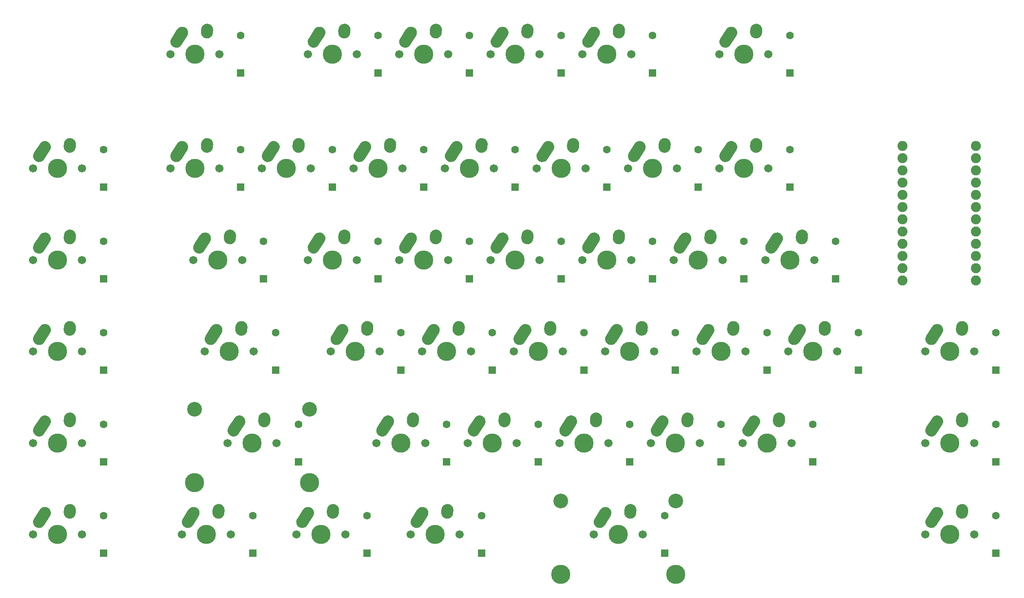
<source format=gbs>
%TF.GenerationSoftware,KiCad,Pcbnew,(5.1.10)-1*%
%TF.CreationDate,2021-10-11T09:25:22+09:00*%
%TF.ProjectId,G_One_PCB,475f4f6e-655f-4504-9342-2e6b69636164,rev?*%
%TF.SameCoordinates,Original*%
%TF.FileFunction,Soldermask,Bot*%
%TF.FilePolarity,Negative*%
%FSLAX46Y46*%
G04 Gerber Fmt 4.6, Leading zero omitted, Abs format (unit mm)*
G04 Created by KiCad (PCBNEW (5.1.10)-1) date 2021-10-11 09:25:22*
%MOMM*%
%LPD*%
G01*
G04 APERTURE LIST*
%ADD10C,1.701800*%
%ADD11C,3.987800*%
%ADD12C,2.082800*%
%ADD13R,1.600000X1.600000*%
%ADD14C,1.600000*%
%ADD15C,3.048000*%
G04 APERTURE END LIST*
%TO.C,K28(IoT0)1*%
G36*
G01*
X203503171Y59585691D02*
X203542619Y60164347D01*
G75*
G02*
X204874743Y61326433I1247105J-85019D01*
G01*
X204874743Y61326433D01*
G75*
G02*
X206036829Y59994309I-85019J-1247105D01*
G01*
X205997381Y59415653D01*
G75*
G02*
X204665257Y58253567I-1247105J85019D01*
G01*
X204665257Y58253567D01*
G75*
G02*
X203503171Y59585691I85019J1247105D01*
G01*
G37*
G36*
G01*
X197336299Y58242810D02*
X198545223Y60140440D01*
G75*
G02*
X200271087Y60523054I1054239J-671625D01*
G01*
X200271087Y60523054D01*
G75*
G02*
X200653701Y58797190I-671625J-1054239D01*
G01*
X199444777Y56899560D01*
G75*
G02*
X197718913Y56516946I-1054239J671625D01*
G01*
X197718913Y56516946D01*
G75*
G02*
X197336299Y58242810I671625J1054239D01*
G01*
G37*
D10*
X207330000Y55000000D03*
X197170000Y55000000D03*
D11*
X202250000Y55000000D03*
%TD*%
D12*
%TO.C,B0*%
X192380000Y97700000D03*
X192380000Y95160000D03*
X192380000Y92620000D03*
X192380000Y90080000D03*
X192380000Y87540000D03*
X192380000Y85000000D03*
X192380000Y82460000D03*
X192380000Y79920000D03*
X192380000Y77380000D03*
X192380000Y74840000D03*
X192380000Y72300000D03*
X192380000Y69760000D03*
X207620000Y69760000D03*
X207620000Y72300000D03*
X207620000Y74840000D03*
X207620000Y77380000D03*
X207620000Y79920000D03*
X207620000Y82460000D03*
X207620000Y85000000D03*
X207620000Y87540000D03*
X207620000Y90080000D03*
X207620000Y92620000D03*
X207620000Y95160000D03*
X207620000Y97700000D03*
%TD*%
D13*
%TO.C,D1*%
X55000000Y112850000D03*
D14*
X55000000Y120650000D03*
%TD*%
%TO.C,D2*%
X83500000Y120650000D03*
D13*
X83500000Y112850000D03*
%TD*%
%TO.C,D3*%
X102500000Y112850000D03*
D14*
X102500000Y120650000D03*
%TD*%
%TO.C,D4*%
X121500000Y120650000D03*
D13*
X121500000Y112850000D03*
%TD*%
%TO.C,D5*%
X140500000Y112850000D03*
D14*
X140500000Y120650000D03*
%TD*%
D13*
%TO.C,D7*%
X169000000Y112850000D03*
D14*
X169000000Y120650000D03*
%TD*%
%TO.C,D10*%
X26500000Y96900000D03*
D13*
X26500000Y89100000D03*
%TD*%
%TO.C,D11*%
X55000000Y89100000D03*
D14*
X55000000Y96900000D03*
%TD*%
%TO.C,D12*%
X74000000Y96900000D03*
D13*
X74000000Y89100000D03*
%TD*%
D14*
%TO.C,D13*%
X93000000Y96900000D03*
D13*
X93000000Y89100000D03*
%TD*%
%TO.C,D14*%
X112000000Y89100000D03*
D14*
X112000000Y96900000D03*
%TD*%
%TO.C,D15*%
X131000000Y96900000D03*
D13*
X131000000Y89100000D03*
%TD*%
%TO.C,D16*%
X150000000Y89100000D03*
D14*
X150000000Y96900000D03*
%TD*%
%TO.C,D17*%
X169000000Y96900000D03*
D13*
X169000000Y89100000D03*
%TD*%
%TO.C,D20*%
X26500000Y70100000D03*
D14*
X26500000Y77900000D03*
%TD*%
%TO.C,D21*%
X59750000Y77900000D03*
D13*
X59750000Y70100000D03*
%TD*%
%TO.C,D22*%
X83500000Y70100000D03*
D14*
X83500000Y77900000D03*
%TD*%
%TO.C,D23*%
X102500000Y77900000D03*
D13*
X102500000Y70100000D03*
%TD*%
%TO.C,D24*%
X121500000Y70100000D03*
D14*
X121500000Y77900000D03*
%TD*%
%TO.C,D25*%
X140500000Y77900000D03*
D13*
X140500000Y70100000D03*
%TD*%
%TO.C,D26*%
X159500000Y70100000D03*
D14*
X159500000Y77900000D03*
%TD*%
%TO.C,D27*%
X178500000Y77900000D03*
D13*
X178500000Y70100000D03*
%TD*%
%TO.C,D28*%
X211750000Y51100000D03*
D14*
X211750000Y58900000D03*
%TD*%
D13*
%TO.C,D30*%
X26500000Y51100000D03*
D14*
X26500000Y58900000D03*
%TD*%
D13*
%TO.C,D31*%
X62250000Y51100000D03*
D14*
X62250000Y58900000D03*
%TD*%
%TO.C,D32*%
X88250000Y58900000D03*
D13*
X88250000Y51100000D03*
%TD*%
%TO.C,D33*%
X107250000Y51100000D03*
D14*
X107250000Y58900000D03*
%TD*%
%TO.C,D34*%
X126250000Y58900000D03*
D13*
X126250000Y51100000D03*
%TD*%
%TO.C,D35*%
X145250000Y51100000D03*
D14*
X145250000Y58900000D03*
%TD*%
D13*
%TO.C,D36*%
X164250000Y51100000D03*
D14*
X164250000Y58900000D03*
%TD*%
%TO.C,D37*%
X183250000Y58900000D03*
D13*
X183250000Y51100000D03*
%TD*%
%TO.C,D38*%
X211750000Y32100000D03*
D14*
X211750000Y39900000D03*
%TD*%
%TO.C,D40*%
X26500000Y39900000D03*
D13*
X26500000Y32100000D03*
%TD*%
D14*
%TO.C,D41*%
X67000000Y39900000D03*
D13*
X67000000Y32100000D03*
%TD*%
%TO.C,D42*%
X97750000Y32100000D03*
D14*
X97750000Y39900000D03*
%TD*%
%TO.C,D43*%
X116750000Y39900000D03*
D13*
X116750000Y32100000D03*
%TD*%
%TO.C,D44*%
X135750000Y32100000D03*
D14*
X135750000Y39900000D03*
%TD*%
%TO.C,D45*%
X154750000Y39900000D03*
D13*
X154750000Y32100000D03*
%TD*%
D14*
%TO.C,D46*%
X173750000Y39900000D03*
D13*
X173750000Y32100000D03*
%TD*%
D14*
%TO.C,D48*%
X211750000Y20900000D03*
D13*
X211750000Y13100000D03*
%TD*%
%TO.C,D50*%
X26500000Y13100000D03*
D14*
X26500000Y20900000D03*
%TD*%
D13*
%TO.C,D51*%
X57500000Y13100000D03*
D14*
X57500000Y20900000D03*
%TD*%
%TO.C,D52*%
X81250000Y20900000D03*
D13*
X81250000Y13100000D03*
%TD*%
D14*
%TO.C,D53*%
X105000000Y20900000D03*
D13*
X105000000Y13100000D03*
%TD*%
%TO.C,D54*%
X143000000Y13100000D03*
D14*
X143000000Y20900000D03*
%TD*%
%TO.C,K01(ESC)1*%
G36*
G01*
X46753171Y121335691D02*
X46792619Y121914347D01*
G75*
G02*
X48124743Y123076433I1247105J-85019D01*
G01*
X48124743Y123076433D01*
G75*
G02*
X49286829Y121744309I-85019J-1247105D01*
G01*
X49247381Y121165653D01*
G75*
G02*
X47915257Y120003567I-1247105J85019D01*
G01*
X47915257Y120003567D01*
G75*
G02*
X46753171Y121335691I85019J1247105D01*
G01*
G37*
G36*
G01*
X40586299Y119992810D02*
X41795223Y121890440D01*
G75*
G02*
X43521087Y122273054I1054239J-671625D01*
G01*
X43521087Y122273054D01*
G75*
G02*
X43903701Y120547190I-671625J-1054239D01*
G01*
X42694777Y118649560D01*
G75*
G02*
X40968913Y118266946I-1054239J671625D01*
G01*
X40968913Y118266946D01*
G75*
G02*
X40586299Y119992810I671625J1054239D01*
G01*
G37*
D10*
X50580000Y116750000D03*
X40420000Y116750000D03*
D11*
X45500000Y116750000D03*
%TD*%
%TO.C,K02(F1)1*%
G36*
G01*
X75253171Y121335691D02*
X75292619Y121914347D01*
G75*
G02*
X76624743Y123076433I1247105J-85019D01*
G01*
X76624743Y123076433D01*
G75*
G02*
X77786829Y121744309I-85019J-1247105D01*
G01*
X77747381Y121165653D01*
G75*
G02*
X76415257Y120003567I-1247105J85019D01*
G01*
X76415257Y120003567D01*
G75*
G02*
X75253171Y121335691I85019J1247105D01*
G01*
G37*
G36*
G01*
X69086299Y119992810D02*
X70295223Y121890440D01*
G75*
G02*
X72021087Y122273054I1054239J-671625D01*
G01*
X72021087Y122273054D01*
G75*
G02*
X72403701Y120547190I-671625J-1054239D01*
G01*
X71194777Y118649560D01*
G75*
G02*
X69468913Y118266946I-1054239J671625D01*
G01*
X69468913Y118266946D01*
G75*
G02*
X69086299Y119992810I671625J1054239D01*
G01*
G37*
D10*
X79080000Y116750000D03*
X68920000Y116750000D03*
D11*
X74000000Y116750000D03*
%TD*%
%TO.C,K03(F2)1*%
X93000000Y116750000D03*
D10*
X87920000Y116750000D03*
X98080000Y116750000D03*
G36*
G01*
X88086299Y119992810D02*
X89295223Y121890440D01*
G75*
G02*
X91021087Y122273054I1054239J-671625D01*
G01*
X91021087Y122273054D01*
G75*
G02*
X91403701Y120547190I-671625J-1054239D01*
G01*
X90194777Y118649560D01*
G75*
G02*
X88468913Y118266946I-1054239J671625D01*
G01*
X88468913Y118266946D01*
G75*
G02*
X88086299Y119992810I671625J1054239D01*
G01*
G37*
G36*
G01*
X94253171Y121335691D02*
X94292619Y121914347D01*
G75*
G02*
X95624743Y123076433I1247105J-85019D01*
G01*
X95624743Y123076433D01*
G75*
G02*
X96786829Y121744309I-85019J-1247105D01*
G01*
X96747381Y121165653D01*
G75*
G02*
X95415257Y120003567I-1247105J85019D01*
G01*
X95415257Y120003567D01*
G75*
G02*
X94253171Y121335691I85019J1247105D01*
G01*
G37*
%TD*%
D11*
%TO.C,K04(F3)1*%
X112000000Y116750000D03*
D10*
X106920000Y116750000D03*
X117080000Y116750000D03*
G36*
G01*
X107086299Y119992810D02*
X108295223Y121890440D01*
G75*
G02*
X110021087Y122273054I1054239J-671625D01*
G01*
X110021087Y122273054D01*
G75*
G02*
X110403701Y120547190I-671625J-1054239D01*
G01*
X109194777Y118649560D01*
G75*
G02*
X107468913Y118266946I-1054239J671625D01*
G01*
X107468913Y118266946D01*
G75*
G02*
X107086299Y119992810I671625J1054239D01*
G01*
G37*
G36*
G01*
X113253171Y121335691D02*
X113292619Y121914347D01*
G75*
G02*
X114624743Y123076433I1247105J-85019D01*
G01*
X114624743Y123076433D01*
G75*
G02*
X115786829Y121744309I-85019J-1247105D01*
G01*
X115747381Y121165653D01*
G75*
G02*
X114415257Y120003567I-1247105J85019D01*
G01*
X114415257Y120003567D01*
G75*
G02*
X113253171Y121335691I85019J1247105D01*
G01*
G37*
%TD*%
%TO.C,K05(F4)1*%
G36*
G01*
X132253171Y121335691D02*
X132292619Y121914347D01*
G75*
G02*
X133624743Y123076433I1247105J-85019D01*
G01*
X133624743Y123076433D01*
G75*
G02*
X134786829Y121744309I-85019J-1247105D01*
G01*
X134747381Y121165653D01*
G75*
G02*
X133415257Y120003567I-1247105J85019D01*
G01*
X133415257Y120003567D01*
G75*
G02*
X132253171Y121335691I85019J1247105D01*
G01*
G37*
G36*
G01*
X126086299Y119992810D02*
X127295223Y121890440D01*
G75*
G02*
X129021087Y122273054I1054239J-671625D01*
G01*
X129021087Y122273054D01*
G75*
G02*
X129403701Y120547190I-671625J-1054239D01*
G01*
X128194777Y118649560D01*
G75*
G02*
X126468913Y118266946I-1054239J671625D01*
G01*
X126468913Y118266946D01*
G75*
G02*
X126086299Y119992810I671625J1054239D01*
G01*
G37*
X136080000Y116750000D03*
X125920000Y116750000D03*
D11*
X131000000Y116750000D03*
%TD*%
%TO.C,K07(F5)1*%
X159500000Y116750000D03*
D10*
X154420000Y116750000D03*
X164580000Y116750000D03*
G36*
G01*
X154586299Y119992810D02*
X155795223Y121890440D01*
G75*
G02*
X157521087Y122273054I1054239J-671625D01*
G01*
X157521087Y122273054D01*
G75*
G02*
X157903701Y120547190I-671625J-1054239D01*
G01*
X156694777Y118649560D01*
G75*
G02*
X154968913Y118266946I-1054239J671625D01*
G01*
X154968913Y118266946D01*
G75*
G02*
X154586299Y119992810I671625J1054239D01*
G01*
G37*
G36*
G01*
X160753171Y121335691D02*
X160792619Y121914347D01*
G75*
G02*
X162124743Y123076433I1247105J-85019D01*
G01*
X162124743Y123076433D01*
G75*
G02*
X163286829Y121744309I-85019J-1247105D01*
G01*
X163247381Y121165653D01*
G75*
G02*
X161915257Y120003567I-1247105J85019D01*
G01*
X161915257Y120003567D01*
G75*
G02*
X160753171Y121335691I85019J1247105D01*
G01*
G37*
%TD*%
D11*
%TO.C,K10(M0)1*%
X17000000Y93000000D03*
D10*
X11920000Y93000000D03*
X22080000Y93000000D03*
G36*
G01*
X12086299Y96242810D02*
X13295223Y98140440D01*
G75*
G02*
X15021087Y98523054I1054239J-671625D01*
G01*
X15021087Y98523054D01*
G75*
G02*
X15403701Y96797190I-671625J-1054239D01*
G01*
X14194777Y94899560D01*
G75*
G02*
X12468913Y94516946I-1054239J671625D01*
G01*
X12468913Y94516946D01*
G75*
G02*
X12086299Y96242810I671625J1054239D01*
G01*
G37*
G36*
G01*
X18253171Y97585691D02*
X18292619Y98164347D01*
G75*
G02*
X19624743Y99326433I1247105J-85019D01*
G01*
X19624743Y99326433D01*
G75*
G02*
X20786829Y97994309I-85019J-1247105D01*
G01*
X20747381Y97415653D01*
G75*
G02*
X19415257Y96253567I-1247105J85019D01*
G01*
X19415257Y96253567D01*
G75*
G02*
X18253171Y97585691I85019J1247105D01*
G01*
G37*
%TD*%
D11*
%TO.C,K11(_`_)1*%
X45500000Y93000000D03*
D10*
X40420000Y93000000D03*
X50580000Y93000000D03*
G36*
G01*
X40586299Y96242810D02*
X41795223Y98140440D01*
G75*
G02*
X43521087Y98523054I1054239J-671625D01*
G01*
X43521087Y98523054D01*
G75*
G02*
X43903701Y96797190I-671625J-1054239D01*
G01*
X42694777Y94899560D01*
G75*
G02*
X40968913Y94516946I-1054239J671625D01*
G01*
X40968913Y94516946D01*
G75*
G02*
X40586299Y96242810I671625J1054239D01*
G01*
G37*
G36*
G01*
X46753171Y97585691D02*
X46792619Y98164347D01*
G75*
G02*
X48124743Y99326433I1247105J-85019D01*
G01*
X48124743Y99326433D01*
G75*
G02*
X49286829Y97994309I-85019J-1247105D01*
G01*
X49247381Y97415653D01*
G75*
G02*
X47915257Y96253567I-1247105J85019D01*
G01*
X47915257Y96253567D01*
G75*
G02*
X46753171Y97585691I85019J1247105D01*
G01*
G37*
%TD*%
%TO.C,K12(1!)1*%
G36*
G01*
X65753171Y97585691D02*
X65792619Y98164347D01*
G75*
G02*
X67124743Y99326433I1247105J-85019D01*
G01*
X67124743Y99326433D01*
G75*
G02*
X68286829Y97994309I-85019J-1247105D01*
G01*
X68247381Y97415653D01*
G75*
G02*
X66915257Y96253567I-1247105J85019D01*
G01*
X66915257Y96253567D01*
G75*
G02*
X65753171Y97585691I85019J1247105D01*
G01*
G37*
G36*
G01*
X59586299Y96242810D02*
X60795223Y98140440D01*
G75*
G02*
X62521087Y98523054I1054239J-671625D01*
G01*
X62521087Y98523054D01*
G75*
G02*
X62903701Y96797190I-671625J-1054239D01*
G01*
X61694777Y94899560D01*
G75*
G02*
X59968913Y94516946I-1054239J671625D01*
G01*
X59968913Y94516946D01*
G75*
G02*
X59586299Y96242810I671625J1054239D01*
G01*
G37*
X69580000Y93000000D03*
X59420000Y93000000D03*
D11*
X64500000Y93000000D03*
%TD*%
%TO.C,K13(2@)1*%
G36*
G01*
X84753171Y97585691D02*
X84792619Y98164347D01*
G75*
G02*
X86124743Y99326433I1247105J-85019D01*
G01*
X86124743Y99326433D01*
G75*
G02*
X87286829Y97994309I-85019J-1247105D01*
G01*
X87247381Y97415653D01*
G75*
G02*
X85915257Y96253567I-1247105J85019D01*
G01*
X85915257Y96253567D01*
G75*
G02*
X84753171Y97585691I85019J1247105D01*
G01*
G37*
G36*
G01*
X78586299Y96242810D02*
X79795223Y98140440D01*
G75*
G02*
X81521087Y98523054I1054239J-671625D01*
G01*
X81521087Y98523054D01*
G75*
G02*
X81903701Y96797190I-671625J-1054239D01*
G01*
X80694777Y94899560D01*
G75*
G02*
X78968913Y94516946I-1054239J671625D01*
G01*
X78968913Y94516946D01*
G75*
G02*
X78586299Y96242810I671625J1054239D01*
G01*
G37*
D10*
X88580000Y93000000D03*
X78420000Y93000000D03*
D11*
X83500000Y93000000D03*
%TD*%
%TO.C,K14(3#)1*%
G36*
G01*
X103753171Y97585691D02*
X103792619Y98164347D01*
G75*
G02*
X105124743Y99326433I1247105J-85019D01*
G01*
X105124743Y99326433D01*
G75*
G02*
X106286829Y97994309I-85019J-1247105D01*
G01*
X106247381Y97415653D01*
G75*
G02*
X104915257Y96253567I-1247105J85019D01*
G01*
X104915257Y96253567D01*
G75*
G02*
X103753171Y97585691I85019J1247105D01*
G01*
G37*
G36*
G01*
X97586299Y96242810D02*
X98795223Y98140440D01*
G75*
G02*
X100521087Y98523054I1054239J-671625D01*
G01*
X100521087Y98523054D01*
G75*
G02*
X100903701Y96797190I-671625J-1054239D01*
G01*
X99694777Y94899560D01*
G75*
G02*
X97968913Y94516946I-1054239J671625D01*
G01*
X97968913Y94516946D01*
G75*
G02*
X97586299Y96242810I671625J1054239D01*
G01*
G37*
D10*
X107580000Y93000000D03*
X97420000Y93000000D03*
D11*
X102500000Y93000000D03*
%TD*%
%TO.C,K15(4$)1*%
X121500000Y93000000D03*
D10*
X116420000Y93000000D03*
X126580000Y93000000D03*
G36*
G01*
X116586299Y96242810D02*
X117795223Y98140440D01*
G75*
G02*
X119521087Y98523054I1054239J-671625D01*
G01*
X119521087Y98523054D01*
G75*
G02*
X119903701Y96797190I-671625J-1054239D01*
G01*
X118694777Y94899560D01*
G75*
G02*
X116968913Y94516946I-1054239J671625D01*
G01*
X116968913Y94516946D01*
G75*
G02*
X116586299Y96242810I671625J1054239D01*
G01*
G37*
G36*
G01*
X122753171Y97585691D02*
X122792619Y98164347D01*
G75*
G02*
X124124743Y99326433I1247105J-85019D01*
G01*
X124124743Y99326433D01*
G75*
G02*
X125286829Y97994309I-85019J-1247105D01*
G01*
X125247381Y97415653D01*
G75*
G02*
X123915257Y96253567I-1247105J85019D01*
G01*
X123915257Y96253567D01*
G75*
G02*
X122753171Y97585691I85019J1247105D01*
G01*
G37*
%TD*%
%TO.C,K16(5\u0025)1*%
G36*
G01*
X141753171Y97585691D02*
X141792619Y98164347D01*
G75*
G02*
X143124743Y99326433I1247105J-85019D01*
G01*
X143124743Y99326433D01*
G75*
G02*
X144286829Y97994309I-85019J-1247105D01*
G01*
X144247381Y97415653D01*
G75*
G02*
X142915257Y96253567I-1247105J85019D01*
G01*
X142915257Y96253567D01*
G75*
G02*
X141753171Y97585691I85019J1247105D01*
G01*
G37*
G36*
G01*
X135586299Y96242810D02*
X136795223Y98140440D01*
G75*
G02*
X138521087Y98523054I1054239J-671625D01*
G01*
X138521087Y98523054D01*
G75*
G02*
X138903701Y96797190I-671625J-1054239D01*
G01*
X137694777Y94899560D01*
G75*
G02*
X135968913Y94516946I-1054239J671625D01*
G01*
X135968913Y94516946D01*
G75*
G02*
X135586299Y96242810I671625J1054239D01*
G01*
G37*
X145580000Y93000000D03*
X135420000Y93000000D03*
D11*
X140500000Y93000000D03*
%TD*%
%TO.C,K17(6^)1*%
X159500000Y93000000D03*
D10*
X154420000Y93000000D03*
X164580000Y93000000D03*
G36*
G01*
X154586299Y96242810D02*
X155795223Y98140440D01*
G75*
G02*
X157521087Y98523054I1054239J-671625D01*
G01*
X157521087Y98523054D01*
G75*
G02*
X157903701Y96797190I-671625J-1054239D01*
G01*
X156694777Y94899560D01*
G75*
G02*
X154968913Y94516946I-1054239J671625D01*
G01*
X154968913Y94516946D01*
G75*
G02*
X154586299Y96242810I671625J1054239D01*
G01*
G37*
G36*
G01*
X160753171Y97585691D02*
X160792619Y98164347D01*
G75*
G02*
X162124743Y99326433I1247105J-85019D01*
G01*
X162124743Y99326433D01*
G75*
G02*
X163286829Y97994309I-85019J-1247105D01*
G01*
X163247381Y97415653D01*
G75*
G02*
X161915257Y96253567I-1247105J85019D01*
G01*
X161915257Y96253567D01*
G75*
G02*
X160753171Y97585691I85019J1247105D01*
G01*
G37*
%TD*%
D11*
%TO.C,K20(M1)1*%
X17000000Y74000000D03*
D10*
X11920000Y74000000D03*
X22080000Y74000000D03*
G36*
G01*
X12086299Y77242810D02*
X13295223Y79140440D01*
G75*
G02*
X15021087Y79523054I1054239J-671625D01*
G01*
X15021087Y79523054D01*
G75*
G02*
X15403701Y77797190I-671625J-1054239D01*
G01*
X14194777Y75899560D01*
G75*
G02*
X12468913Y75516946I-1054239J671625D01*
G01*
X12468913Y75516946D01*
G75*
G02*
X12086299Y77242810I671625J1054239D01*
G01*
G37*
G36*
G01*
X18253171Y78585691D02*
X18292619Y79164347D01*
G75*
G02*
X19624743Y80326433I1247105J-85019D01*
G01*
X19624743Y80326433D01*
G75*
G02*
X20786829Y78994309I-85019J-1247105D01*
G01*
X20747381Y78415653D01*
G75*
G02*
X19415257Y77253567I-1247105J85019D01*
G01*
X19415257Y77253567D01*
G75*
G02*
X18253171Y78585691I85019J1247105D01*
G01*
G37*
%TD*%
D11*
%TO.C,K21(Tap)1*%
X50250000Y74000000D03*
D10*
X45170000Y74000000D03*
X55330000Y74000000D03*
G36*
G01*
X45336299Y77242810D02*
X46545223Y79140440D01*
G75*
G02*
X48271087Y79523054I1054239J-671625D01*
G01*
X48271087Y79523054D01*
G75*
G02*
X48653701Y77797190I-671625J-1054239D01*
G01*
X47444777Y75899560D01*
G75*
G02*
X45718913Y75516946I-1054239J671625D01*
G01*
X45718913Y75516946D01*
G75*
G02*
X45336299Y77242810I671625J1054239D01*
G01*
G37*
G36*
G01*
X51503171Y78585691D02*
X51542619Y79164347D01*
G75*
G02*
X52874743Y80326433I1247105J-85019D01*
G01*
X52874743Y80326433D01*
G75*
G02*
X54036829Y78994309I-85019J-1247105D01*
G01*
X53997381Y78415653D01*
G75*
G02*
X52665257Y77253567I-1247105J85019D01*
G01*
X52665257Y77253567D01*
G75*
G02*
X51503171Y78585691I85019J1247105D01*
G01*
G37*
%TD*%
%TO.C,K22(Q)1*%
G36*
G01*
X75253171Y78585691D02*
X75292619Y79164347D01*
G75*
G02*
X76624743Y80326433I1247105J-85019D01*
G01*
X76624743Y80326433D01*
G75*
G02*
X77786829Y78994309I-85019J-1247105D01*
G01*
X77747381Y78415653D01*
G75*
G02*
X76415257Y77253567I-1247105J85019D01*
G01*
X76415257Y77253567D01*
G75*
G02*
X75253171Y78585691I85019J1247105D01*
G01*
G37*
G36*
G01*
X69086299Y77242810D02*
X70295223Y79140440D01*
G75*
G02*
X72021087Y79523054I1054239J-671625D01*
G01*
X72021087Y79523054D01*
G75*
G02*
X72403701Y77797190I-671625J-1054239D01*
G01*
X71194777Y75899560D01*
G75*
G02*
X69468913Y75516946I-1054239J671625D01*
G01*
X69468913Y75516946D01*
G75*
G02*
X69086299Y77242810I671625J1054239D01*
G01*
G37*
X79080000Y74000000D03*
X68920000Y74000000D03*
D11*
X74000000Y74000000D03*
%TD*%
%TO.C,K23(W)1*%
X93000000Y74000000D03*
D10*
X87920000Y74000000D03*
X98080000Y74000000D03*
G36*
G01*
X88086299Y77242810D02*
X89295223Y79140440D01*
G75*
G02*
X91021087Y79523054I1054239J-671625D01*
G01*
X91021087Y79523054D01*
G75*
G02*
X91403701Y77797190I-671625J-1054239D01*
G01*
X90194777Y75899560D01*
G75*
G02*
X88468913Y75516946I-1054239J671625D01*
G01*
X88468913Y75516946D01*
G75*
G02*
X88086299Y77242810I671625J1054239D01*
G01*
G37*
G36*
G01*
X94253171Y78585691D02*
X94292619Y79164347D01*
G75*
G02*
X95624743Y80326433I1247105J-85019D01*
G01*
X95624743Y80326433D01*
G75*
G02*
X96786829Y78994309I-85019J-1247105D01*
G01*
X96747381Y78415653D01*
G75*
G02*
X95415257Y77253567I-1247105J85019D01*
G01*
X95415257Y77253567D01*
G75*
G02*
X94253171Y78585691I85019J1247105D01*
G01*
G37*
%TD*%
%TO.C,K24(E)1*%
G36*
G01*
X113253171Y78585691D02*
X113292619Y79164347D01*
G75*
G02*
X114624743Y80326433I1247105J-85019D01*
G01*
X114624743Y80326433D01*
G75*
G02*
X115786829Y78994309I-85019J-1247105D01*
G01*
X115747381Y78415653D01*
G75*
G02*
X114415257Y77253567I-1247105J85019D01*
G01*
X114415257Y77253567D01*
G75*
G02*
X113253171Y78585691I85019J1247105D01*
G01*
G37*
G36*
G01*
X107086299Y77242810D02*
X108295223Y79140440D01*
G75*
G02*
X110021087Y79523054I1054239J-671625D01*
G01*
X110021087Y79523054D01*
G75*
G02*
X110403701Y77797190I-671625J-1054239D01*
G01*
X109194777Y75899560D01*
G75*
G02*
X107468913Y75516946I-1054239J671625D01*
G01*
X107468913Y75516946D01*
G75*
G02*
X107086299Y77242810I671625J1054239D01*
G01*
G37*
X117080000Y74000000D03*
X106920000Y74000000D03*
D11*
X112000000Y74000000D03*
%TD*%
%TO.C,K25(R)1*%
G36*
G01*
X132253171Y78585691D02*
X132292619Y79164347D01*
G75*
G02*
X133624743Y80326433I1247105J-85019D01*
G01*
X133624743Y80326433D01*
G75*
G02*
X134786829Y78994309I-85019J-1247105D01*
G01*
X134747381Y78415653D01*
G75*
G02*
X133415257Y77253567I-1247105J85019D01*
G01*
X133415257Y77253567D01*
G75*
G02*
X132253171Y78585691I85019J1247105D01*
G01*
G37*
G36*
G01*
X126086299Y77242810D02*
X127295223Y79140440D01*
G75*
G02*
X129021087Y79523054I1054239J-671625D01*
G01*
X129021087Y79523054D01*
G75*
G02*
X129403701Y77797190I-671625J-1054239D01*
G01*
X128194777Y75899560D01*
G75*
G02*
X126468913Y75516946I-1054239J671625D01*
G01*
X126468913Y75516946D01*
G75*
G02*
X126086299Y77242810I671625J1054239D01*
G01*
G37*
D10*
X136080000Y74000000D03*
X125920000Y74000000D03*
D11*
X131000000Y74000000D03*
%TD*%
%TO.C,K26(T)1*%
X150000000Y74000000D03*
D10*
X144920000Y74000000D03*
X155080000Y74000000D03*
G36*
G01*
X145086299Y77242810D02*
X146295223Y79140440D01*
G75*
G02*
X148021087Y79523054I1054239J-671625D01*
G01*
X148021087Y79523054D01*
G75*
G02*
X148403701Y77797190I-671625J-1054239D01*
G01*
X147194777Y75899560D01*
G75*
G02*
X145468913Y75516946I-1054239J671625D01*
G01*
X145468913Y75516946D01*
G75*
G02*
X145086299Y77242810I671625J1054239D01*
G01*
G37*
G36*
G01*
X151253171Y78585691D02*
X151292619Y79164347D01*
G75*
G02*
X152624743Y80326433I1247105J-85019D01*
G01*
X152624743Y80326433D01*
G75*
G02*
X153786829Y78994309I-85019J-1247105D01*
G01*
X153747381Y78415653D01*
G75*
G02*
X152415257Y77253567I-1247105J85019D01*
G01*
X152415257Y77253567D01*
G75*
G02*
X151253171Y78585691I85019J1247105D01*
G01*
G37*
%TD*%
%TO.C,K27(P)1*%
G36*
G01*
X170253171Y78585691D02*
X170292619Y79164347D01*
G75*
G02*
X171624743Y80326433I1247105J-85019D01*
G01*
X171624743Y80326433D01*
G75*
G02*
X172786829Y78994309I-85019J-1247105D01*
G01*
X172747381Y78415653D01*
G75*
G02*
X171415257Y77253567I-1247105J85019D01*
G01*
X171415257Y77253567D01*
G75*
G02*
X170253171Y78585691I85019J1247105D01*
G01*
G37*
G36*
G01*
X164086299Y77242810D02*
X165295223Y79140440D01*
G75*
G02*
X167021087Y79523054I1054239J-671625D01*
G01*
X167021087Y79523054D01*
G75*
G02*
X167403701Y77797190I-671625J-1054239D01*
G01*
X166194777Y75899560D01*
G75*
G02*
X164468913Y75516946I-1054239J671625D01*
G01*
X164468913Y75516946D01*
G75*
G02*
X164086299Y77242810I671625J1054239D01*
G01*
G37*
X174080000Y74000000D03*
X163920000Y74000000D03*
D11*
X169000000Y74000000D03*
%TD*%
%TO.C,K30(M2)1*%
G36*
G01*
X18253171Y59585691D02*
X18292619Y60164347D01*
G75*
G02*
X19624743Y61326433I1247105J-85019D01*
G01*
X19624743Y61326433D01*
G75*
G02*
X20786829Y59994309I-85019J-1247105D01*
G01*
X20747381Y59415653D01*
G75*
G02*
X19415257Y58253567I-1247105J85019D01*
G01*
X19415257Y58253567D01*
G75*
G02*
X18253171Y59585691I85019J1247105D01*
G01*
G37*
G36*
G01*
X12086299Y58242810D02*
X13295223Y60140440D01*
G75*
G02*
X15021087Y60523054I1054239J-671625D01*
G01*
X15021087Y60523054D01*
G75*
G02*
X15403701Y58797190I-671625J-1054239D01*
G01*
X14194777Y56899560D01*
G75*
G02*
X12468913Y56516946I-1054239J671625D01*
G01*
X12468913Y56516946D01*
G75*
G02*
X12086299Y58242810I671625J1054239D01*
G01*
G37*
D10*
X22080000Y55000000D03*
X11920000Y55000000D03*
D11*
X17000000Y55000000D03*
%TD*%
%TO.C,K31(Caps_Lock)1*%
X52630000Y55000000D03*
D10*
X47550000Y55000000D03*
X57710000Y55000000D03*
G36*
G01*
X47716299Y58242810D02*
X48925223Y60140440D01*
G75*
G02*
X50651087Y60523054I1054239J-671625D01*
G01*
X50651087Y60523054D01*
G75*
G02*
X51033701Y58797190I-671625J-1054239D01*
G01*
X49824777Y56899560D01*
G75*
G02*
X48098913Y56516946I-1054239J671625D01*
G01*
X48098913Y56516946D01*
G75*
G02*
X47716299Y58242810I671625J1054239D01*
G01*
G37*
G36*
G01*
X53883171Y59585691D02*
X53922619Y60164347D01*
G75*
G02*
X55254743Y61326433I1247105J-85019D01*
G01*
X55254743Y61326433D01*
G75*
G02*
X56416829Y59994309I-85019J-1247105D01*
G01*
X56377381Y59415653D01*
G75*
G02*
X55045257Y58253567I-1247105J85019D01*
G01*
X55045257Y58253567D01*
G75*
G02*
X53883171Y59585691I85019J1247105D01*
G01*
G37*
%TD*%
D11*
%TO.C,K32(A)1*%
X78750000Y55000000D03*
D10*
X73670000Y55000000D03*
X83830000Y55000000D03*
G36*
G01*
X73836299Y58242810D02*
X75045223Y60140440D01*
G75*
G02*
X76771087Y60523054I1054239J-671625D01*
G01*
X76771087Y60523054D01*
G75*
G02*
X77153701Y58797190I-671625J-1054239D01*
G01*
X75944777Y56899560D01*
G75*
G02*
X74218913Y56516946I-1054239J671625D01*
G01*
X74218913Y56516946D01*
G75*
G02*
X73836299Y58242810I671625J1054239D01*
G01*
G37*
G36*
G01*
X80003171Y59585691D02*
X80042619Y60164347D01*
G75*
G02*
X81374743Y61326433I1247105J-85019D01*
G01*
X81374743Y61326433D01*
G75*
G02*
X82536829Y59994309I-85019J-1247105D01*
G01*
X82497381Y59415653D01*
G75*
G02*
X81165257Y58253567I-1247105J85019D01*
G01*
X81165257Y58253567D01*
G75*
G02*
X80003171Y59585691I85019J1247105D01*
G01*
G37*
%TD*%
%TO.C,K33(S)1*%
G36*
G01*
X99003171Y59585691D02*
X99042619Y60164347D01*
G75*
G02*
X100374743Y61326433I1247105J-85019D01*
G01*
X100374743Y61326433D01*
G75*
G02*
X101536829Y59994309I-85019J-1247105D01*
G01*
X101497381Y59415653D01*
G75*
G02*
X100165257Y58253567I-1247105J85019D01*
G01*
X100165257Y58253567D01*
G75*
G02*
X99003171Y59585691I85019J1247105D01*
G01*
G37*
G36*
G01*
X92836299Y58242810D02*
X94045223Y60140440D01*
G75*
G02*
X95771087Y60523054I1054239J-671625D01*
G01*
X95771087Y60523054D01*
G75*
G02*
X96153701Y58797190I-671625J-1054239D01*
G01*
X94944777Y56899560D01*
G75*
G02*
X93218913Y56516946I-1054239J671625D01*
G01*
X93218913Y56516946D01*
G75*
G02*
X92836299Y58242810I671625J1054239D01*
G01*
G37*
X102830000Y55000000D03*
X92670000Y55000000D03*
D11*
X97750000Y55000000D03*
%TD*%
%TO.C,K34(D)1*%
X116750000Y55000000D03*
D10*
X111670000Y55000000D03*
X121830000Y55000000D03*
G36*
G01*
X111836299Y58242810D02*
X113045223Y60140440D01*
G75*
G02*
X114771087Y60523054I1054239J-671625D01*
G01*
X114771087Y60523054D01*
G75*
G02*
X115153701Y58797190I-671625J-1054239D01*
G01*
X113944777Y56899560D01*
G75*
G02*
X112218913Y56516946I-1054239J671625D01*
G01*
X112218913Y56516946D01*
G75*
G02*
X111836299Y58242810I671625J1054239D01*
G01*
G37*
G36*
G01*
X118003171Y59585691D02*
X118042619Y60164347D01*
G75*
G02*
X119374743Y61326433I1247105J-85019D01*
G01*
X119374743Y61326433D01*
G75*
G02*
X120536829Y59994309I-85019J-1247105D01*
G01*
X120497381Y59415653D01*
G75*
G02*
X119165257Y58253567I-1247105J85019D01*
G01*
X119165257Y58253567D01*
G75*
G02*
X118003171Y59585691I85019J1247105D01*
G01*
G37*
%TD*%
D11*
%TO.C,K35(F)1*%
X135750000Y55000000D03*
D10*
X130670000Y55000000D03*
X140830000Y55000000D03*
G36*
G01*
X130836299Y58242810D02*
X132045223Y60140440D01*
G75*
G02*
X133771087Y60523054I1054239J-671625D01*
G01*
X133771087Y60523054D01*
G75*
G02*
X134153701Y58797190I-671625J-1054239D01*
G01*
X132944777Y56899560D01*
G75*
G02*
X131218913Y56516946I-1054239J671625D01*
G01*
X131218913Y56516946D01*
G75*
G02*
X130836299Y58242810I671625J1054239D01*
G01*
G37*
G36*
G01*
X137003171Y59585691D02*
X137042619Y60164347D01*
G75*
G02*
X138374743Y61326433I1247105J-85019D01*
G01*
X138374743Y61326433D01*
G75*
G02*
X139536829Y59994309I-85019J-1247105D01*
G01*
X139497381Y59415653D01*
G75*
G02*
X138165257Y58253567I-1247105J85019D01*
G01*
X138165257Y58253567D01*
G75*
G02*
X137003171Y59585691I85019J1247105D01*
G01*
G37*
%TD*%
%TO.C,K36(G)1*%
G36*
G01*
X156003171Y59585691D02*
X156042619Y60164347D01*
G75*
G02*
X157374743Y61326433I1247105J-85019D01*
G01*
X157374743Y61326433D01*
G75*
G02*
X158536829Y59994309I-85019J-1247105D01*
G01*
X158497381Y59415653D01*
G75*
G02*
X157165257Y58253567I-1247105J85019D01*
G01*
X157165257Y58253567D01*
G75*
G02*
X156003171Y59585691I85019J1247105D01*
G01*
G37*
G36*
G01*
X149836299Y58242810D02*
X151045223Y60140440D01*
G75*
G02*
X152771087Y60523054I1054239J-671625D01*
G01*
X152771087Y60523054D01*
G75*
G02*
X153153701Y58797190I-671625J-1054239D01*
G01*
X151944777Y56899560D01*
G75*
G02*
X150218913Y56516946I-1054239J671625D01*
G01*
X150218913Y56516946D01*
G75*
G02*
X149836299Y58242810I671625J1054239D01*
G01*
G37*
X159830000Y55000000D03*
X149670000Y55000000D03*
D11*
X154750000Y55000000D03*
%TD*%
%TO.C,K37(H)1*%
X173750000Y55000000D03*
D10*
X168670000Y55000000D03*
X178830000Y55000000D03*
G36*
G01*
X168836299Y58242810D02*
X170045223Y60140440D01*
G75*
G02*
X171771087Y60523054I1054239J-671625D01*
G01*
X171771087Y60523054D01*
G75*
G02*
X172153701Y58797190I-671625J-1054239D01*
G01*
X170944777Y56899560D01*
G75*
G02*
X169218913Y56516946I-1054239J671625D01*
G01*
X169218913Y56516946D01*
G75*
G02*
X168836299Y58242810I671625J1054239D01*
G01*
G37*
G36*
G01*
X175003171Y59585691D02*
X175042619Y60164347D01*
G75*
G02*
X176374743Y61326433I1247105J-85019D01*
G01*
X176374743Y61326433D01*
G75*
G02*
X177536829Y59994309I-85019J-1247105D01*
G01*
X177497381Y59415653D01*
G75*
G02*
X176165257Y58253567I-1247105J85019D01*
G01*
X176165257Y58253567D01*
G75*
G02*
X175003171Y59585691I85019J1247105D01*
G01*
G37*
%TD*%
D11*
%TO.C,K38(IoT1)1*%
X202250000Y36000000D03*
D10*
X197170000Y36000000D03*
X207330000Y36000000D03*
G36*
G01*
X197336299Y39242810D02*
X198545223Y41140440D01*
G75*
G02*
X200271087Y41523054I1054239J-671625D01*
G01*
X200271087Y41523054D01*
G75*
G02*
X200653701Y39797190I-671625J-1054239D01*
G01*
X199444777Y37899560D01*
G75*
G02*
X197718913Y37516946I-1054239J671625D01*
G01*
X197718913Y37516946D01*
G75*
G02*
X197336299Y39242810I671625J1054239D01*
G01*
G37*
G36*
G01*
X203503171Y40585691D02*
X203542619Y41164347D01*
G75*
G02*
X204874743Y42326433I1247105J-85019D01*
G01*
X204874743Y42326433D01*
G75*
G02*
X206036829Y40994309I-85019J-1247105D01*
G01*
X205997381Y40415653D01*
G75*
G02*
X204665257Y39253567I-1247105J85019D01*
G01*
X204665257Y39253567D01*
G75*
G02*
X203503171Y40585691I85019J1247105D01*
G01*
G37*
%TD*%
%TO.C,K40(M3)1*%
G36*
G01*
X18253171Y40585691D02*
X18292619Y41164347D01*
G75*
G02*
X19624743Y42326433I1247105J-85019D01*
G01*
X19624743Y42326433D01*
G75*
G02*
X20786829Y40994309I-85019J-1247105D01*
G01*
X20747381Y40415653D01*
G75*
G02*
X19415257Y39253567I-1247105J85019D01*
G01*
X19415257Y39253567D01*
G75*
G02*
X18253171Y40585691I85019J1247105D01*
G01*
G37*
G36*
G01*
X12086299Y39242810D02*
X13295223Y41140440D01*
G75*
G02*
X15021087Y41523054I1054239J-671625D01*
G01*
X15021087Y41523054D01*
G75*
G02*
X15403701Y39797190I-671625J-1054239D01*
G01*
X14194777Y37899560D01*
G75*
G02*
X12468913Y37516946I-1054239J671625D01*
G01*
X12468913Y37516946D01*
G75*
G02*
X12086299Y39242810I671625J1054239D01*
G01*
G37*
X22080000Y36000000D03*
X11920000Y36000000D03*
D11*
X17000000Y36000000D03*
%TD*%
%TO.C,K41(L_Shift)1*%
X57380000Y36000000D03*
D10*
X52300000Y36000000D03*
X62460000Y36000000D03*
D15*
X45442000Y42985000D03*
X69318000Y42985000D03*
D11*
X45442000Y27745000D03*
X69318000Y27745000D03*
G36*
G01*
X52466299Y39242810D02*
X53675223Y41140440D01*
G75*
G02*
X55401087Y41523054I1054239J-671625D01*
G01*
X55401087Y41523054D01*
G75*
G02*
X55783701Y39797190I-671625J-1054239D01*
G01*
X54574777Y37899560D01*
G75*
G02*
X52848913Y37516946I-1054239J671625D01*
G01*
X52848913Y37516946D01*
G75*
G02*
X52466299Y39242810I671625J1054239D01*
G01*
G37*
G36*
G01*
X58633171Y40585691D02*
X58672619Y41164347D01*
G75*
G02*
X60004743Y42326433I1247105J-85019D01*
G01*
X60004743Y42326433D01*
G75*
G02*
X61166829Y40994309I-85019J-1247105D01*
G01*
X61127381Y40415653D01*
G75*
G02*
X59795257Y39253567I-1247105J85019D01*
G01*
X59795257Y39253567D01*
G75*
G02*
X58633171Y40585691I85019J1247105D01*
G01*
G37*
%TD*%
%TO.C,K42(Z)1*%
X88250000Y36000000D03*
D10*
X83170000Y36000000D03*
X93330000Y36000000D03*
G36*
G01*
X83336299Y39242810D02*
X84545223Y41140440D01*
G75*
G02*
X86271087Y41523054I1054239J-671625D01*
G01*
X86271087Y41523054D01*
G75*
G02*
X86653701Y39797190I-671625J-1054239D01*
G01*
X85444777Y37899560D01*
G75*
G02*
X83718913Y37516946I-1054239J671625D01*
G01*
X83718913Y37516946D01*
G75*
G02*
X83336299Y39242810I671625J1054239D01*
G01*
G37*
G36*
G01*
X89503171Y40585691D02*
X89542619Y41164347D01*
G75*
G02*
X90874743Y42326433I1247105J-85019D01*
G01*
X90874743Y42326433D01*
G75*
G02*
X92036829Y40994309I-85019J-1247105D01*
G01*
X91997381Y40415653D01*
G75*
G02*
X90665257Y39253567I-1247105J85019D01*
G01*
X90665257Y39253567D01*
G75*
G02*
X89503171Y40585691I85019J1247105D01*
G01*
G37*
%TD*%
%TO.C,K43(X)1*%
G36*
G01*
X108503171Y40585691D02*
X108542619Y41164347D01*
G75*
G02*
X109874743Y42326433I1247105J-85019D01*
G01*
X109874743Y42326433D01*
G75*
G02*
X111036829Y40994309I-85019J-1247105D01*
G01*
X110997381Y40415653D01*
G75*
G02*
X109665257Y39253567I-1247105J85019D01*
G01*
X109665257Y39253567D01*
G75*
G02*
X108503171Y40585691I85019J1247105D01*
G01*
G37*
G36*
G01*
X102336299Y39242810D02*
X103545223Y41140440D01*
G75*
G02*
X105271087Y41523054I1054239J-671625D01*
G01*
X105271087Y41523054D01*
G75*
G02*
X105653701Y39797190I-671625J-1054239D01*
G01*
X104444777Y37899560D01*
G75*
G02*
X102718913Y37516946I-1054239J671625D01*
G01*
X102718913Y37516946D01*
G75*
G02*
X102336299Y39242810I671625J1054239D01*
G01*
G37*
X112330000Y36000000D03*
X102170000Y36000000D03*
D11*
X107250000Y36000000D03*
%TD*%
%TO.C,K44(C)1*%
X126250000Y36000000D03*
D10*
X121170000Y36000000D03*
X131330000Y36000000D03*
G36*
G01*
X121336299Y39242810D02*
X122545223Y41140440D01*
G75*
G02*
X124271087Y41523054I1054239J-671625D01*
G01*
X124271087Y41523054D01*
G75*
G02*
X124653701Y39797190I-671625J-1054239D01*
G01*
X123444777Y37899560D01*
G75*
G02*
X121718913Y37516946I-1054239J671625D01*
G01*
X121718913Y37516946D01*
G75*
G02*
X121336299Y39242810I671625J1054239D01*
G01*
G37*
G36*
G01*
X127503171Y40585691D02*
X127542619Y41164347D01*
G75*
G02*
X128874743Y42326433I1247105J-85019D01*
G01*
X128874743Y42326433D01*
G75*
G02*
X130036829Y40994309I-85019J-1247105D01*
G01*
X129997381Y40415653D01*
G75*
G02*
X128665257Y39253567I-1247105J85019D01*
G01*
X128665257Y39253567D01*
G75*
G02*
X127503171Y40585691I85019J1247105D01*
G01*
G37*
%TD*%
D11*
%TO.C,K45(V)1*%
X145250000Y36000000D03*
D10*
X140170000Y36000000D03*
X150330000Y36000000D03*
G36*
G01*
X140336299Y39242810D02*
X141545223Y41140440D01*
G75*
G02*
X143271087Y41523054I1054239J-671625D01*
G01*
X143271087Y41523054D01*
G75*
G02*
X143653701Y39797190I-671625J-1054239D01*
G01*
X142444777Y37899560D01*
G75*
G02*
X140718913Y37516946I-1054239J671625D01*
G01*
X140718913Y37516946D01*
G75*
G02*
X140336299Y39242810I671625J1054239D01*
G01*
G37*
G36*
G01*
X146503171Y40585691D02*
X146542619Y41164347D01*
G75*
G02*
X147874743Y42326433I1247105J-85019D01*
G01*
X147874743Y42326433D01*
G75*
G02*
X149036829Y40994309I-85019J-1247105D01*
G01*
X148997381Y40415653D01*
G75*
G02*
X147665257Y39253567I-1247105J85019D01*
G01*
X147665257Y39253567D01*
G75*
G02*
X146503171Y40585691I85019J1247105D01*
G01*
G37*
%TD*%
%TO.C,K46(B)1*%
G36*
G01*
X165503171Y40585691D02*
X165542619Y41164347D01*
G75*
G02*
X166874743Y42326433I1247105J-85019D01*
G01*
X166874743Y42326433D01*
G75*
G02*
X168036829Y40994309I-85019J-1247105D01*
G01*
X167997381Y40415653D01*
G75*
G02*
X166665257Y39253567I-1247105J85019D01*
G01*
X166665257Y39253567D01*
G75*
G02*
X165503171Y40585691I85019J1247105D01*
G01*
G37*
G36*
G01*
X159336299Y39242810D02*
X160545223Y41140440D01*
G75*
G02*
X162271087Y41523054I1054239J-671625D01*
G01*
X162271087Y41523054D01*
G75*
G02*
X162653701Y39797190I-671625J-1054239D01*
G01*
X161444777Y37899560D01*
G75*
G02*
X159718913Y37516946I-1054239J671625D01*
G01*
X159718913Y37516946D01*
G75*
G02*
X159336299Y39242810I671625J1054239D01*
G01*
G37*
X169330000Y36000000D03*
X159170000Y36000000D03*
D11*
X164250000Y36000000D03*
%TD*%
%TO.C,K48(IoT2)1*%
G36*
G01*
X203503171Y21585691D02*
X203542619Y22164347D01*
G75*
G02*
X204874743Y23326433I1247105J-85019D01*
G01*
X204874743Y23326433D01*
G75*
G02*
X206036829Y21994309I-85019J-1247105D01*
G01*
X205997381Y21415653D01*
G75*
G02*
X204665257Y20253567I-1247105J85019D01*
G01*
X204665257Y20253567D01*
G75*
G02*
X203503171Y21585691I85019J1247105D01*
G01*
G37*
G36*
G01*
X197336299Y20242810D02*
X198545223Y22140440D01*
G75*
G02*
X200271087Y22523054I1054239J-671625D01*
G01*
X200271087Y22523054D01*
G75*
G02*
X200653701Y20797190I-671625J-1054239D01*
G01*
X199444777Y18899560D01*
G75*
G02*
X197718913Y18516946I-1054239J671625D01*
G01*
X197718913Y18516946D01*
G75*
G02*
X197336299Y20242810I671625J1054239D01*
G01*
G37*
D10*
X207330000Y17000000D03*
X197170000Y17000000D03*
D11*
X202250000Y17000000D03*
%TD*%
%TO.C,K50(M4)1*%
X17000000Y17000000D03*
D10*
X11920000Y17000000D03*
X22080000Y17000000D03*
G36*
G01*
X12086299Y20242810D02*
X13295223Y22140440D01*
G75*
G02*
X15021087Y22523054I1054239J-671625D01*
G01*
X15021087Y22523054D01*
G75*
G02*
X15403701Y20797190I-671625J-1054239D01*
G01*
X14194777Y18899560D01*
G75*
G02*
X12468913Y18516946I-1054239J671625D01*
G01*
X12468913Y18516946D01*
G75*
G02*
X12086299Y20242810I671625J1054239D01*
G01*
G37*
G36*
G01*
X18253171Y21585691D02*
X18292619Y22164347D01*
G75*
G02*
X19624743Y23326433I1247105J-85019D01*
G01*
X19624743Y23326433D01*
G75*
G02*
X20786829Y21994309I-85019J-1247105D01*
G01*
X20747381Y21415653D01*
G75*
G02*
X19415257Y20253567I-1247105J85019D01*
G01*
X19415257Y20253567D01*
G75*
G02*
X18253171Y21585691I85019J1247105D01*
G01*
G37*
%TD*%
D11*
%TO.C,K51(L_CTRL)1*%
X47880000Y17000000D03*
D10*
X42800000Y17000000D03*
X52960000Y17000000D03*
G36*
G01*
X42966299Y20242810D02*
X44175223Y22140440D01*
G75*
G02*
X45901087Y22523054I1054239J-671625D01*
G01*
X45901087Y22523054D01*
G75*
G02*
X46283701Y20797190I-671625J-1054239D01*
G01*
X45074777Y18899560D01*
G75*
G02*
X43348913Y18516946I-1054239J671625D01*
G01*
X43348913Y18516946D01*
G75*
G02*
X42966299Y20242810I671625J1054239D01*
G01*
G37*
G36*
G01*
X49133171Y21585691D02*
X49172619Y22164347D01*
G75*
G02*
X50504743Y23326433I1247105J-85019D01*
G01*
X50504743Y23326433D01*
G75*
G02*
X51666829Y21994309I-85019J-1247105D01*
G01*
X51627381Y21415653D01*
G75*
G02*
X50295257Y20253567I-1247105J85019D01*
G01*
X50295257Y20253567D01*
G75*
G02*
X49133171Y21585691I85019J1247105D01*
G01*
G37*
%TD*%
%TO.C,K52(Win)1*%
G36*
G01*
X72883171Y21585691D02*
X72922619Y22164347D01*
G75*
G02*
X74254743Y23326433I1247105J-85019D01*
G01*
X74254743Y23326433D01*
G75*
G02*
X75416829Y21994309I-85019J-1247105D01*
G01*
X75377381Y21415653D01*
G75*
G02*
X74045257Y20253567I-1247105J85019D01*
G01*
X74045257Y20253567D01*
G75*
G02*
X72883171Y21585691I85019J1247105D01*
G01*
G37*
G36*
G01*
X66716299Y20242810D02*
X67925223Y22140440D01*
G75*
G02*
X69651087Y22523054I1054239J-671625D01*
G01*
X69651087Y22523054D01*
G75*
G02*
X70033701Y20797190I-671625J-1054239D01*
G01*
X68824777Y18899560D01*
G75*
G02*
X67098913Y18516946I-1054239J671625D01*
G01*
X67098913Y18516946D01*
G75*
G02*
X66716299Y20242810I671625J1054239D01*
G01*
G37*
X76710000Y17000000D03*
X66550000Y17000000D03*
D11*
X71630000Y17000000D03*
%TD*%
%TO.C,K53(L_ALT)1*%
X95380000Y17000000D03*
D10*
X90300000Y17000000D03*
X100460000Y17000000D03*
G36*
G01*
X90466299Y20242810D02*
X91675223Y22140440D01*
G75*
G02*
X93401087Y22523054I1054239J-671625D01*
G01*
X93401087Y22523054D01*
G75*
G02*
X93783701Y20797190I-671625J-1054239D01*
G01*
X92574777Y18899560D01*
G75*
G02*
X90848913Y18516946I-1054239J671625D01*
G01*
X90848913Y18516946D01*
G75*
G02*
X90466299Y20242810I671625J1054239D01*
G01*
G37*
G36*
G01*
X96633171Y21585691D02*
X96672619Y22164347D01*
G75*
G02*
X98004743Y23326433I1247105J-85019D01*
G01*
X98004743Y23326433D01*
G75*
G02*
X99166829Y21994309I-85019J-1247105D01*
G01*
X99127381Y21415653D01*
G75*
G02*
X97795257Y20253567I-1247105J85019D01*
G01*
X97795257Y20253567D01*
G75*
G02*
X96633171Y21585691I85019J1247105D01*
G01*
G37*
%TD*%
D11*
%TO.C,K54(Space)1*%
X133380000Y17000000D03*
D10*
X128300000Y17000000D03*
X138460000Y17000000D03*
D15*
X121442000Y23985000D03*
X145318000Y23985000D03*
D11*
X121442000Y8745000D03*
X145318000Y8745000D03*
G36*
G01*
X128466299Y20242810D02*
X129675223Y22140440D01*
G75*
G02*
X131401087Y22523054I1054239J-671625D01*
G01*
X131401087Y22523054D01*
G75*
G02*
X131783701Y20797190I-671625J-1054239D01*
G01*
X130574777Y18899560D01*
G75*
G02*
X128848913Y18516946I-1054239J671625D01*
G01*
X128848913Y18516946D01*
G75*
G02*
X128466299Y20242810I671625J1054239D01*
G01*
G37*
G36*
G01*
X134633171Y21585691D02*
X134672619Y22164347D01*
G75*
G02*
X136004743Y23326433I1247105J-85019D01*
G01*
X136004743Y23326433D01*
G75*
G02*
X137166829Y21994309I-85019J-1247105D01*
G01*
X137127381Y21415653D01*
G75*
G02*
X135795257Y20253567I-1247105J85019D01*
G01*
X135795257Y20253567D01*
G75*
G02*
X134633171Y21585691I85019J1247105D01*
G01*
G37*
%TD*%
M02*

</source>
